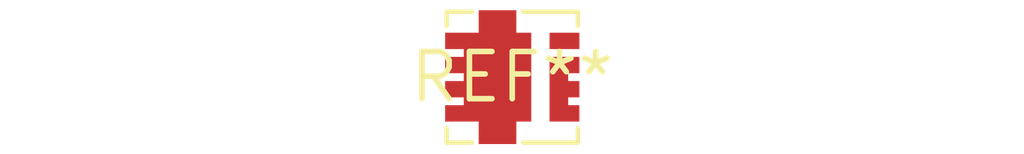
<source format=kicad_pcb>
(kicad_pcb (version 20240108) (generator pcbnew)
  (layers (0 "F.Cu" signal) (31 "B.Cu" signal) (34 "B.Paste" user) (35 "F.Paste" user) (36 "B.SilkS" user "B.Silkscreen") (37 "F.SilkS" user "F.Silkscreen") (38 "B.Mask" user) (39 "F.Mask" user) (44 "Edge.Cuts" user))
  (net 0 "")
  (footprint "D_QFN_3.3x3.3mm_P0.65mm" (layer "F.Cu") (at 0 0)
    (property "Reference" "REF**")
    (property "Value" "D_QFN_3.3x3.3mm_P0.65mm")
    (fp_line (start -1.76 -1.76) (end -1.76 -1.38) (layer "F.SilkS") (stroke (width 0.12)))
    (fp_line (start -1.76 -1.76) (end -1.08 -1.76) (layer "F.SilkS") (stroke (width 0.12)))
    (fp_line (start -1.76 1.76) (end -1.76 1.38) (layer "F.SilkS") (stroke (width 0.12)))
    (fp_line (start -1.76 1.76) (end -1.08 1.76) (layer "F.SilkS") (stroke (width 0.12)))
    (fp_line (start 0.29 -1.76) (end 1.76 -1.76) (layer "F.SilkS") (stroke (width 0.12)))
    (fp_line (start 0.29 1.76) (end 1.76 1.76) (layer "F.SilkS") (stroke (width 0.12)))
    (fp_line (start 1.76 -1.76) (end 1.76 -1.38) (layer "F.SilkS") (stroke (width 0.12)))
    (fp_line (start 1.76 1.76) (end 1.76 1.38) (layer "F.SilkS") (stroke (width 0.12)))
    (pad "" smd rect (at 1.4 -0.975) (size 0.8 0.44) (layers "F.Cu" "F.Paste" "F.Mask"))
    (pad "1" smd custom (at -0.645 0) (size 0.5 0.5) (layers "F.Cu" "F.Paste" "F.Mask") (options (clearance outline) (anchor rect)) (primitives (gr_poly (pts (xy 0.755 -1.195) (xy 1.155 -1.195) (xy 1.155 1.195) (xy 0.755 1.195) (xy 0.755 1.8) (xy -0.255 1.8) (xy -0.255 1.195) (xy -1.155 1.195) (xy -1.155 0.755) (xy -0.655 0.755) (xy -0.655 0.545) (xy -1.155 0.545) (xy -1.155 0.105) (xy -0.655 0.105) (xy -0.655 -0.105) (xy -1.155 -0.105) (xy -1.155 -0.545) (xy -0.655 -0.545) (xy -0.655 -0.755) (xy -1.155 -0.755) (xy -1.155 -1.195) (xy -0.255 -1.195) (xy -0.255 -1.8) (xy 0.755 -1.8)) (width 0) (fill yes))))
    (pad "2" smd custom (at 1.4 0.325) (size 0.4 0.4) (layers "F.Cu" "F.Paste" "F.Mask") (options (clearance outline) (anchor rect)) (primitives (gr_poly (pts (xy 0.4 -0.43) (xy 0.1 -0.43) (xy 0.1 -0.22) (xy 0.4 -0.22) (xy 0.4 0.22) (xy 0.1 0.22) (xy 0.1 0.43) (xy 0.4 0.43) (xy 0.4 0.87) (xy -0.4 0.87) (xy -0.4 -0.87) (xy 0.4 -0.87)) (width 0) (fill yes))))
  )
)
</source>
